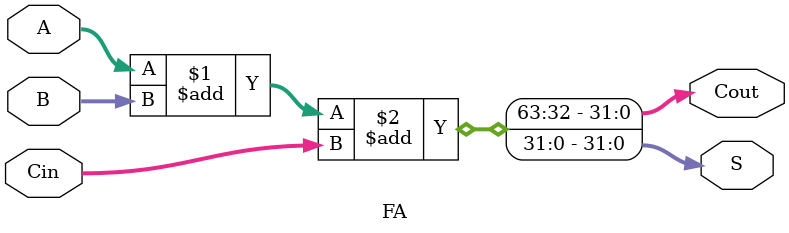
<source format=v>
/* verilator lint_off WIDTH */
module FA #(
    parameter N = 32
)(
    input [N-1:0] A,
    input [N-1:0] B,
    input [N-1:0] Cin,
    output reg [N-1:0] S,
    output reg [N-1:0] Cout
    );
    
assign {Cout, S} = A + B + Cin;

endmodule

</source>
